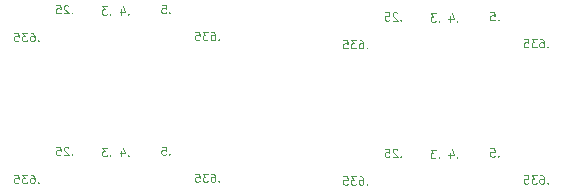
<source format=gbo>
%MOIN*%
%OFA0B0*%
%FSLAX46Y46*%
%IPPOS*%
%LPD*%
%ADD10C,0.0047244094488188976*%
%ADD21C,0.0047244094488188976*%
%ADD22C,0.0047244094488188976*%
%ADD23C,0.0047244094488188976*%
G01*
D10*
X0001231544Y0003140606D02*
X0001230232Y0003139293D01*
X0001231544Y0003137981D01*
X0001232856Y0003139293D01*
X0001231544Y0003140606D01*
X0001231544Y0003137981D01*
X0001205297Y0003165540D02*
X0001218421Y0003165540D01*
X0001219733Y0003152417D01*
X0001218421Y0003153729D01*
X0001215796Y0003155042D01*
X0001209234Y0003155042D01*
X0001206610Y0003153729D01*
X0001205297Y0003152417D01*
X0001203985Y0003149792D01*
X0001203985Y0003143230D01*
X0001205297Y0003140606D01*
X0001206610Y0003139293D01*
X0001209234Y0003137981D01*
X0001215796Y0003137981D01*
X0001218421Y0003139293D01*
X0001219733Y0003140606D01*
X0001396291Y0003050606D02*
X0001394978Y0003049293D01*
X0001396291Y0003047981D01*
X0001397603Y0003049293D01*
X0001396291Y0003050606D01*
X0001396291Y0003047981D01*
X0001371356Y0003075540D02*
X0001376606Y0003075540D01*
X0001379230Y0003074228D01*
X0001380543Y0003072916D01*
X0001383167Y0003068979D01*
X0001384480Y0003063729D01*
X0001384480Y0003053230D01*
X0001383167Y0003050606D01*
X0001381855Y0003049293D01*
X0001379230Y0003047981D01*
X0001373981Y0003047981D01*
X0001371356Y0003049293D01*
X0001370044Y0003050606D01*
X0001368732Y0003053230D01*
X0001368732Y0003059792D01*
X0001370044Y0003062417D01*
X0001371356Y0003063729D01*
X0001373981Y0003065042D01*
X0001379230Y0003065042D01*
X0001381855Y0003063729D01*
X0001383167Y0003062417D01*
X0001384480Y0003059792D01*
X0001359545Y0003075540D02*
X0001342485Y0003075540D01*
X0001351671Y0003065042D01*
X0001347734Y0003065042D01*
X0001345110Y0003063729D01*
X0001343797Y0003062417D01*
X0001342485Y0003059792D01*
X0001342485Y0003053230D01*
X0001343797Y0003050606D01*
X0001345110Y0003049293D01*
X0001347734Y0003047981D01*
X0001355608Y0003047981D01*
X0001358233Y0003049293D01*
X0001359545Y0003050606D01*
X0001317551Y0003075540D02*
X0001330674Y0003075540D01*
X0001331986Y0003062417D01*
X0001330674Y0003063729D01*
X0001328049Y0003065042D01*
X0001321488Y0003065042D01*
X0001318863Y0003063729D01*
X0001317551Y0003062417D01*
X0001316238Y0003059792D01*
X0001316238Y0003053230D01*
X0001317551Y0003050606D01*
X0001318863Y0003049293D01*
X0001321488Y0003047981D01*
X0001328049Y0003047981D01*
X0001330674Y0003049293D01*
X0001331986Y0003050606D01*
X0000793791Y0003047106D02*
X0000792478Y0003045793D01*
X0000793791Y0003044481D01*
X0000795103Y0003045793D01*
X0000793791Y0003047106D01*
X0000793791Y0003044481D01*
X0000768856Y0003072040D02*
X0000774106Y0003072040D01*
X0000776730Y0003070728D01*
X0000778043Y0003069416D01*
X0000780667Y0003065479D01*
X0000781980Y0003060229D01*
X0000781980Y0003049730D01*
X0000780667Y0003047106D01*
X0000779355Y0003045793D01*
X0000776730Y0003044481D01*
X0000771481Y0003044481D01*
X0000768856Y0003045793D01*
X0000767544Y0003047106D01*
X0000766232Y0003049730D01*
X0000766232Y0003056292D01*
X0000767544Y0003058917D01*
X0000768856Y0003060229D01*
X0000771481Y0003061542D01*
X0000776730Y0003061542D01*
X0000779355Y0003060229D01*
X0000780667Y0003058917D01*
X0000781980Y0003056292D01*
X0000757045Y0003072040D02*
X0000739985Y0003072040D01*
X0000749171Y0003061542D01*
X0000745234Y0003061542D01*
X0000742610Y0003060229D01*
X0000741297Y0003058917D01*
X0000739985Y0003056292D01*
X0000739985Y0003049730D01*
X0000741297Y0003047106D01*
X0000742610Y0003045793D01*
X0000745234Y0003044481D01*
X0000753108Y0003044481D01*
X0000755733Y0003045793D01*
X0000757045Y0003047106D01*
X0000715051Y0003072040D02*
X0000728174Y0003072040D01*
X0000729486Y0003058917D01*
X0000728174Y0003060229D01*
X0000725549Y0003061542D01*
X0000718988Y0003061542D01*
X0000716363Y0003060229D01*
X0000715051Y0003058917D01*
X0000713738Y0003056292D01*
X0000713738Y0003049730D01*
X0000715051Y0003047106D01*
X0000716363Y0003045793D01*
X0000718988Y0003044481D01*
X0000725549Y0003044481D01*
X0000728174Y0003045793D01*
X0000729486Y0003047106D01*
X0000906667Y0003139606D02*
X0000905355Y0003138293D01*
X0000906667Y0003136981D01*
X0000907980Y0003138293D01*
X0000906667Y0003139606D01*
X0000906667Y0003136981D01*
X0000894856Y0003161916D02*
X0000893544Y0003163228D01*
X0000890919Y0003164540D01*
X0000884358Y0003164540D01*
X0000881733Y0003163228D01*
X0000880421Y0003161916D01*
X0000879108Y0003159291D01*
X0000879108Y0003156666D01*
X0000880421Y0003152729D01*
X0000896169Y0003136981D01*
X0000879108Y0003136981D01*
X0000854174Y0003164540D02*
X0000867297Y0003164540D01*
X0000868610Y0003151417D01*
X0000867297Y0003152729D01*
X0000864673Y0003154042D01*
X0000858111Y0003154042D01*
X0000855486Y0003152729D01*
X0000854174Y0003151417D01*
X0000852862Y0003148792D01*
X0000852862Y0003142230D01*
X0000854174Y0003139606D01*
X0000855486Y0003138293D01*
X0000858111Y0003136981D01*
X0000864673Y0003136981D01*
X0000867297Y0003138293D01*
X0000868610Y0003139606D01*
X0001094044Y0003136106D02*
X0001092732Y0003134793D01*
X0001094044Y0003133481D01*
X0001095356Y0003134793D01*
X0001094044Y0003136106D01*
X0001094044Y0003133481D01*
X0001069110Y0003151854D02*
X0001069110Y0003133481D01*
X0001075671Y0003162353D02*
X0001082233Y0003142667D01*
X0001065173Y0003142667D01*
X0001033544Y0003136106D02*
X0001032232Y0003134793D01*
X0001033544Y0003133481D01*
X0001034856Y0003134793D01*
X0001033544Y0003136106D01*
X0001033544Y0003133481D01*
X0001023045Y0003161040D02*
X0001005985Y0003161040D01*
X0001015171Y0003150541D01*
X0001011234Y0003150541D01*
X0001008610Y0003149229D01*
X0001007297Y0003147917D01*
X0001005985Y0003145292D01*
X0001005985Y0003138730D01*
X0001007297Y0003136106D01*
X0001008610Y0003134793D01*
X0001011234Y0003133481D01*
X0001019108Y0003133481D01*
X0001021733Y0003134793D01*
X0001023045Y0003136106D01*
G04 next file*
G04 #@! TF.GenerationSoftware,KiCad,Pcbnew,(5.1.12)-1*
G04 #@! TF.CreationDate,2022-03-29T21:33:58+08:00*
G04 #@! TF.ProjectId,Nozzle,4e6f7a7a-6c65-42e6-9b69-6361645f7063,Gen3.1b*
G04 #@! TF.SameCoordinates,Original*
G04 #@! TF.FileFunction,Legend,Bot*
G04 #@! TF.FilePolarity,Positive*
G04 Gerber Fmt 4.6, Leading zero omitted, Abs format (unit mm)*
G04 Created by KiCad (PCBNEW (5.1.12)-1) date 2022-03-29 21:33:58*
G01*
G04 APERTURE LIST*
G04 APERTURE END LIST*
D21*
X0001231544Y0003613047D02*
X0001230232Y0003611734D01*
X0001231544Y0003610422D01*
X0001232856Y0003611734D01*
X0001231544Y0003613047D01*
X0001231544Y0003610422D01*
X0001205297Y0003637981D02*
X0001218421Y0003637981D01*
X0001219733Y0003624858D01*
X0001218421Y0003626170D01*
X0001215796Y0003627482D01*
X0001209234Y0003627482D01*
X0001206610Y0003626170D01*
X0001205297Y0003624858D01*
X0001203985Y0003622233D01*
X0001203985Y0003615671D01*
X0001205297Y0003613047D01*
X0001206610Y0003611734D01*
X0001209234Y0003610422D01*
X0001215796Y0003610422D01*
X0001218421Y0003611734D01*
X0001219733Y0003613047D01*
X0001396291Y0003523047D02*
X0001394978Y0003521734D01*
X0001396291Y0003520422D01*
X0001397603Y0003521734D01*
X0001396291Y0003523047D01*
X0001396291Y0003520422D01*
X0001371356Y0003547981D02*
X0001376606Y0003547981D01*
X0001379230Y0003546669D01*
X0001380543Y0003545356D01*
X0001383167Y0003541419D01*
X0001384480Y0003536170D01*
X0001384480Y0003525671D01*
X0001383167Y0003523047D01*
X0001381855Y0003521734D01*
X0001379230Y0003520422D01*
X0001373981Y0003520422D01*
X0001371356Y0003521734D01*
X0001370044Y0003523047D01*
X0001368732Y0003525671D01*
X0001368732Y0003532233D01*
X0001370044Y0003534858D01*
X0001371356Y0003536170D01*
X0001373981Y0003537482D01*
X0001379230Y0003537482D01*
X0001381855Y0003536170D01*
X0001383167Y0003534858D01*
X0001384480Y0003532233D01*
X0001359545Y0003547981D02*
X0001342485Y0003547981D01*
X0001351671Y0003537482D01*
X0001347734Y0003537482D01*
X0001345110Y0003536170D01*
X0001343797Y0003534858D01*
X0001342485Y0003532233D01*
X0001342485Y0003525671D01*
X0001343797Y0003523047D01*
X0001345110Y0003521734D01*
X0001347734Y0003520422D01*
X0001355608Y0003520422D01*
X0001358233Y0003521734D01*
X0001359545Y0003523047D01*
X0001317551Y0003547981D02*
X0001330674Y0003547981D01*
X0001331986Y0003534858D01*
X0001330674Y0003536170D01*
X0001328049Y0003537482D01*
X0001321488Y0003537482D01*
X0001318863Y0003536170D01*
X0001317551Y0003534858D01*
X0001316238Y0003532233D01*
X0001316238Y0003525671D01*
X0001317551Y0003523047D01*
X0001318863Y0003521734D01*
X0001321488Y0003520422D01*
X0001328049Y0003520422D01*
X0001330674Y0003521734D01*
X0001331986Y0003523047D01*
X0000793791Y0003519547D02*
X0000792478Y0003518234D01*
X0000793791Y0003516922D01*
X0000795103Y0003518234D01*
X0000793791Y0003519547D01*
X0000793791Y0003516922D01*
X0000768856Y0003544481D02*
X0000774106Y0003544481D01*
X0000776730Y0003543169D01*
X0000778043Y0003541856D01*
X0000780667Y0003537919D01*
X0000781980Y0003532670D01*
X0000781980Y0003522171D01*
X0000780667Y0003519547D01*
X0000779355Y0003518234D01*
X0000776730Y0003516922D01*
X0000771481Y0003516922D01*
X0000768856Y0003518234D01*
X0000767544Y0003519547D01*
X0000766232Y0003522171D01*
X0000766232Y0003528733D01*
X0000767544Y0003531358D01*
X0000768856Y0003532670D01*
X0000771481Y0003533982D01*
X0000776730Y0003533982D01*
X0000779355Y0003532670D01*
X0000780667Y0003531358D01*
X0000781980Y0003528733D01*
X0000757045Y0003544481D02*
X0000739985Y0003544481D01*
X0000749171Y0003533982D01*
X0000745234Y0003533982D01*
X0000742610Y0003532670D01*
X0000741297Y0003531358D01*
X0000739985Y0003528733D01*
X0000739985Y0003522171D01*
X0000741297Y0003519547D01*
X0000742610Y0003518234D01*
X0000745234Y0003516922D01*
X0000753108Y0003516922D01*
X0000755733Y0003518234D01*
X0000757045Y0003519547D01*
X0000715051Y0003544481D02*
X0000728174Y0003544481D01*
X0000729486Y0003531358D01*
X0000728174Y0003532670D01*
X0000725549Y0003533982D01*
X0000718988Y0003533982D01*
X0000716363Y0003532670D01*
X0000715051Y0003531358D01*
X0000713738Y0003528733D01*
X0000713738Y0003522171D01*
X0000715051Y0003519547D01*
X0000716363Y0003518234D01*
X0000718988Y0003516922D01*
X0000725549Y0003516922D01*
X0000728174Y0003518234D01*
X0000729486Y0003519547D01*
X0000906667Y0003612047D02*
X0000905355Y0003610734D01*
X0000906667Y0003609422D01*
X0000907980Y0003610734D01*
X0000906667Y0003612047D01*
X0000906667Y0003609422D01*
X0000894856Y0003634356D02*
X0000893544Y0003635669D01*
X0000890919Y0003636981D01*
X0000884358Y0003636981D01*
X0000881733Y0003635669D01*
X0000880421Y0003634356D01*
X0000879108Y0003631732D01*
X0000879108Y0003629107D01*
X0000880421Y0003625170D01*
X0000896169Y0003609422D01*
X0000879108Y0003609422D01*
X0000854174Y0003636981D02*
X0000867297Y0003636981D01*
X0000868610Y0003623858D01*
X0000867297Y0003625170D01*
X0000864673Y0003626482D01*
X0000858111Y0003626482D01*
X0000855486Y0003625170D01*
X0000854174Y0003623858D01*
X0000852862Y0003621233D01*
X0000852862Y0003614671D01*
X0000854174Y0003612047D01*
X0000855486Y0003610734D01*
X0000858111Y0003609422D01*
X0000864673Y0003609422D01*
X0000867297Y0003610734D01*
X0000868610Y0003612047D01*
X0001094044Y0003608547D02*
X0001092732Y0003607234D01*
X0001094044Y0003605922D01*
X0001095356Y0003607234D01*
X0001094044Y0003608547D01*
X0001094044Y0003605922D01*
X0001069110Y0003624295D02*
X0001069110Y0003605922D01*
X0001075671Y0003634793D02*
X0001082233Y0003615108D01*
X0001065173Y0003615108D01*
X0001033544Y0003608547D02*
X0001032232Y0003607234D01*
X0001033544Y0003605922D01*
X0001034856Y0003607234D01*
X0001033544Y0003608547D01*
X0001033544Y0003605922D01*
X0001023045Y0003633481D02*
X0001005985Y0003633481D01*
X0001015171Y0003622982D01*
X0001011234Y0003622982D01*
X0001008610Y0003621670D01*
X0001007297Y0003620358D01*
X0001005985Y0003617733D01*
X0001005985Y0003611171D01*
X0001007297Y0003608547D01*
X0001008610Y0003607234D01*
X0001011234Y0003605922D01*
X0001019108Y0003605922D01*
X0001021733Y0003607234D01*
X0001023045Y0003608547D01*
G04 next file*
G04 #@! TF.GenerationSoftware,KiCad,Pcbnew,(5.1.12)-1*
G04 #@! TF.CreationDate,2022-03-29T21:33:58+08:00*
G04 #@! TF.ProjectId,Nozzle,4e6f7a7a-6c65-42e6-9b69-6361645f7063,Gen3.1b*
G04 #@! TF.SameCoordinates,Original*
G04 #@! TF.FileFunction,Legend,Bot*
G04 #@! TF.FilePolarity,Positive*
G04 Gerber Fmt 4.6, Leading zero omitted, Abs format (unit mm)*
G04 Created by KiCad (PCBNEW (5.1.12)-1) date 2022-03-29 21:33:58*
G01*
G04 APERTURE LIST*
G04 APERTURE END LIST*
D22*
X0002327827Y0003134544D02*
X0002326515Y0003133232D01*
X0002327827Y0003131920D01*
X0002329139Y0003133232D01*
X0002327827Y0003134544D01*
X0002327827Y0003131920D01*
X0002301580Y0003159479D02*
X0002314704Y0003159479D01*
X0002316016Y0003146355D01*
X0002314704Y0003147668D01*
X0002312079Y0003148980D01*
X0002305517Y0003148980D01*
X0002302893Y0003147668D01*
X0002301580Y0003146355D01*
X0002300268Y0003143731D01*
X0002300268Y0003137169D01*
X0002301580Y0003134544D01*
X0002302893Y0003133232D01*
X0002305517Y0003131920D01*
X0002312079Y0003131920D01*
X0002314704Y0003133232D01*
X0002316016Y0003134544D01*
X0002492574Y0003044544D02*
X0002491261Y0003043232D01*
X0002492574Y0003041920D01*
X0002493886Y0003043232D01*
X0002492574Y0003044544D01*
X0002492574Y0003041920D01*
X0002467639Y0003069479D02*
X0002472889Y0003069479D01*
X0002475513Y0003068166D01*
X0002476826Y0003066854D01*
X0002479450Y0003062917D01*
X0002480763Y0003057668D01*
X0002480763Y0003047169D01*
X0002479450Y0003044544D01*
X0002478138Y0003043232D01*
X0002475513Y0003041920D01*
X0002470264Y0003041920D01*
X0002467639Y0003043232D01*
X0002466327Y0003044544D01*
X0002465015Y0003047169D01*
X0002465015Y0003053731D01*
X0002466327Y0003056355D01*
X0002467639Y0003057668D01*
X0002470264Y0003058980D01*
X0002475513Y0003058980D01*
X0002478138Y0003057668D01*
X0002479450Y0003056355D01*
X0002480763Y0003053731D01*
X0002455828Y0003069479D02*
X0002438768Y0003069479D01*
X0002447954Y0003058980D01*
X0002444017Y0003058980D01*
X0002441393Y0003057668D01*
X0002440080Y0003056355D01*
X0002438768Y0003053731D01*
X0002438768Y0003047169D01*
X0002440080Y0003044544D01*
X0002441393Y0003043232D01*
X0002444017Y0003041920D01*
X0002451891Y0003041920D01*
X0002454516Y0003043232D01*
X0002455828Y0003044544D01*
X0002413834Y0003069479D02*
X0002426957Y0003069479D01*
X0002428269Y0003056355D01*
X0002426957Y0003057668D01*
X0002424332Y0003058980D01*
X0002417771Y0003058980D01*
X0002415146Y0003057668D01*
X0002413834Y0003056355D01*
X0002412521Y0003053731D01*
X0002412521Y0003047169D01*
X0002413834Y0003044544D01*
X0002415146Y0003043232D01*
X0002417771Y0003041920D01*
X0002424332Y0003041920D01*
X0002426957Y0003043232D01*
X0002428269Y0003044544D01*
X0001890074Y0003041044D02*
X0001888761Y0003039732D01*
X0001890074Y0003038420D01*
X0001891386Y0003039732D01*
X0001890074Y0003041044D01*
X0001890074Y0003038420D01*
X0001865139Y0003065979D02*
X0001870389Y0003065979D01*
X0001873013Y0003064666D01*
X0001874326Y0003063354D01*
X0001876950Y0003059417D01*
X0001878263Y0003054168D01*
X0001878263Y0003043669D01*
X0001876950Y0003041044D01*
X0001875638Y0003039732D01*
X0001873013Y0003038420D01*
X0001867764Y0003038420D01*
X0001865139Y0003039732D01*
X0001863827Y0003041044D01*
X0001862515Y0003043669D01*
X0001862515Y0003050231D01*
X0001863827Y0003052855D01*
X0001865139Y0003054168D01*
X0001867764Y0003055480D01*
X0001873013Y0003055480D01*
X0001875638Y0003054168D01*
X0001876950Y0003052855D01*
X0001878263Y0003050231D01*
X0001853328Y0003065979D02*
X0001836268Y0003065979D01*
X0001845454Y0003055480D01*
X0001841517Y0003055480D01*
X0001838893Y0003054168D01*
X0001837580Y0003052855D01*
X0001836268Y0003050231D01*
X0001836268Y0003043669D01*
X0001837580Y0003041044D01*
X0001838893Y0003039732D01*
X0001841517Y0003038420D01*
X0001849391Y0003038420D01*
X0001852016Y0003039732D01*
X0001853328Y0003041044D01*
X0001811334Y0003065979D02*
X0001824457Y0003065979D01*
X0001825769Y0003052855D01*
X0001824457Y0003054168D01*
X0001821832Y0003055480D01*
X0001815271Y0003055480D01*
X0001812646Y0003054168D01*
X0001811334Y0003052855D01*
X0001810021Y0003050231D01*
X0001810021Y0003043669D01*
X0001811334Y0003041044D01*
X0001812646Y0003039732D01*
X0001815271Y0003038420D01*
X0001821832Y0003038420D01*
X0001824457Y0003039732D01*
X0001825769Y0003041044D01*
X0002002950Y0003133544D02*
X0002001638Y0003132232D01*
X0002002950Y0003130920D01*
X0002004263Y0003132232D01*
X0002002950Y0003133544D01*
X0002002950Y0003130920D01*
X0001991139Y0003155854D02*
X0001989827Y0003157166D01*
X0001987202Y0003158479D01*
X0001980641Y0003158479D01*
X0001978016Y0003157166D01*
X0001976704Y0003155854D01*
X0001975391Y0003153229D01*
X0001975391Y0003150605D01*
X0001976704Y0003146668D01*
X0001992452Y0003130920D01*
X0001975391Y0003130920D01*
X0001950457Y0003158479D02*
X0001963580Y0003158479D01*
X0001964893Y0003145355D01*
X0001963580Y0003146668D01*
X0001960956Y0003147980D01*
X0001954394Y0003147980D01*
X0001951769Y0003146668D01*
X0001950457Y0003145355D01*
X0001949145Y0003142731D01*
X0001949145Y0003136169D01*
X0001950457Y0003133544D01*
X0001951769Y0003132232D01*
X0001954394Y0003130920D01*
X0001960956Y0003130920D01*
X0001963580Y0003132232D01*
X0001964893Y0003133544D01*
X0002190327Y0003130044D02*
X0002189015Y0003128732D01*
X0002190327Y0003127420D01*
X0002191639Y0003128732D01*
X0002190327Y0003130044D01*
X0002190327Y0003127420D01*
X0002165393Y0003145792D02*
X0002165393Y0003127420D01*
X0002171954Y0003156291D02*
X0002178516Y0003136606D01*
X0002161456Y0003136606D01*
X0002129827Y0003130044D02*
X0002128515Y0003128732D01*
X0002129827Y0003127420D01*
X0002131139Y0003128732D01*
X0002129827Y0003130044D01*
X0002129827Y0003127420D01*
X0002119328Y0003154979D02*
X0002102268Y0003154979D01*
X0002111454Y0003144480D01*
X0002107517Y0003144480D01*
X0002104893Y0003143168D01*
X0002103580Y0003141855D01*
X0002102268Y0003139231D01*
X0002102268Y0003132669D01*
X0002103580Y0003130044D01*
X0002104893Y0003128732D01*
X0002107517Y0003127420D01*
X0002115391Y0003127420D01*
X0002118016Y0003128732D01*
X0002119328Y0003130044D01*
G04 next file*
G04 #@! TF.GenerationSoftware,KiCad,Pcbnew,(5.1.12)-1*
G04 #@! TF.CreationDate,2022-03-29T21:33:58+08:00*
G04 #@! TF.ProjectId,Nozzle,4e6f7a7a-6c65-42e6-9b69-6361645f7063,Gen3.1b*
G04 #@! TF.SameCoordinates,Original*
G04 #@! TF.FileFunction,Legend,Bot*
G04 #@! TF.FilePolarity,Positive*
G04 Gerber Fmt 4.6, Leading zero omitted, Abs format (unit mm)*
G04 Created by KiCad (PCBNEW (5.1.12)-1) date 2022-03-29 21:33:58*
G01*
G04 APERTURE LIST*
G04 APERTURE END LIST*
D23*
X0002327827Y0003588875D02*
X0002326515Y0003587562D01*
X0002327827Y0003586250D01*
X0002329139Y0003587562D01*
X0002327827Y0003588875D01*
X0002327827Y0003586250D01*
X0002301580Y0003613809D02*
X0002314704Y0003613809D01*
X0002316016Y0003600686D01*
X0002314704Y0003601998D01*
X0002312079Y0003603310D01*
X0002305517Y0003603310D01*
X0002302893Y0003601998D01*
X0002301580Y0003600686D01*
X0002300268Y0003598061D01*
X0002300268Y0003591499D01*
X0002301580Y0003588875D01*
X0002302893Y0003587562D01*
X0002305517Y0003586250D01*
X0002312079Y0003586250D01*
X0002314704Y0003587562D01*
X0002316016Y0003588875D01*
X0002492574Y0003498875D02*
X0002491261Y0003497562D01*
X0002492574Y0003496250D01*
X0002493886Y0003497562D01*
X0002492574Y0003498875D01*
X0002492574Y0003496250D01*
X0002467639Y0003523809D02*
X0002472889Y0003523809D01*
X0002475513Y0003522497D01*
X0002476826Y0003521185D01*
X0002479450Y0003517247D01*
X0002480763Y0003511998D01*
X0002480763Y0003501499D01*
X0002479450Y0003498875D01*
X0002478138Y0003497562D01*
X0002475513Y0003496250D01*
X0002470264Y0003496250D01*
X0002467639Y0003497562D01*
X0002466327Y0003498875D01*
X0002465015Y0003501499D01*
X0002465015Y0003508061D01*
X0002466327Y0003510686D01*
X0002467639Y0003511998D01*
X0002470264Y0003513310D01*
X0002475513Y0003513310D01*
X0002478138Y0003511998D01*
X0002479450Y0003510686D01*
X0002480763Y0003508061D01*
X0002455828Y0003523809D02*
X0002438768Y0003523809D01*
X0002447954Y0003513310D01*
X0002444017Y0003513310D01*
X0002441393Y0003511998D01*
X0002440080Y0003510686D01*
X0002438768Y0003508061D01*
X0002438768Y0003501499D01*
X0002440080Y0003498875D01*
X0002441393Y0003497562D01*
X0002444017Y0003496250D01*
X0002451891Y0003496250D01*
X0002454516Y0003497562D01*
X0002455828Y0003498875D01*
X0002413834Y0003523809D02*
X0002426957Y0003523809D01*
X0002428269Y0003510686D01*
X0002426957Y0003511998D01*
X0002424332Y0003513310D01*
X0002417771Y0003513310D01*
X0002415146Y0003511998D01*
X0002413834Y0003510686D01*
X0002412521Y0003508061D01*
X0002412521Y0003501499D01*
X0002413834Y0003498875D01*
X0002415146Y0003497562D01*
X0002417771Y0003496250D01*
X0002424332Y0003496250D01*
X0002426957Y0003497562D01*
X0002428269Y0003498875D01*
X0001890074Y0003495375D02*
X0001888761Y0003494062D01*
X0001890074Y0003492750D01*
X0001891386Y0003494062D01*
X0001890074Y0003495375D01*
X0001890074Y0003492750D01*
X0001865139Y0003520309D02*
X0001870389Y0003520309D01*
X0001873013Y0003518997D01*
X0001874326Y0003517685D01*
X0001876950Y0003513747D01*
X0001878263Y0003508498D01*
X0001878263Y0003497999D01*
X0001876950Y0003495375D01*
X0001875638Y0003494062D01*
X0001873013Y0003492750D01*
X0001867764Y0003492750D01*
X0001865139Y0003494062D01*
X0001863827Y0003495375D01*
X0001862515Y0003497999D01*
X0001862515Y0003504561D01*
X0001863827Y0003507186D01*
X0001865139Y0003508498D01*
X0001867764Y0003509810D01*
X0001873013Y0003509810D01*
X0001875638Y0003508498D01*
X0001876950Y0003507186D01*
X0001878263Y0003504561D01*
X0001853328Y0003520309D02*
X0001836268Y0003520309D01*
X0001845454Y0003509810D01*
X0001841517Y0003509810D01*
X0001838893Y0003508498D01*
X0001837580Y0003507186D01*
X0001836268Y0003504561D01*
X0001836268Y0003497999D01*
X0001837580Y0003495375D01*
X0001838893Y0003494062D01*
X0001841517Y0003492750D01*
X0001849391Y0003492750D01*
X0001852016Y0003494062D01*
X0001853328Y0003495375D01*
X0001811334Y0003520309D02*
X0001824457Y0003520309D01*
X0001825769Y0003507186D01*
X0001824457Y0003508498D01*
X0001821832Y0003509810D01*
X0001815271Y0003509810D01*
X0001812646Y0003508498D01*
X0001811334Y0003507186D01*
X0001810021Y0003504561D01*
X0001810021Y0003497999D01*
X0001811334Y0003495375D01*
X0001812646Y0003494062D01*
X0001815271Y0003492750D01*
X0001821832Y0003492750D01*
X0001824457Y0003494062D01*
X0001825769Y0003495375D01*
X0002002950Y0003587875D02*
X0002001638Y0003586562D01*
X0002002950Y0003585250D01*
X0002004263Y0003586562D01*
X0002002950Y0003587875D01*
X0002002950Y0003585250D01*
X0001991139Y0003610185D02*
X0001989827Y0003611497D01*
X0001987202Y0003612809D01*
X0001980641Y0003612809D01*
X0001978016Y0003611497D01*
X0001976704Y0003610185D01*
X0001975391Y0003607560D01*
X0001975391Y0003604935D01*
X0001976704Y0003600998D01*
X0001992452Y0003585250D01*
X0001975391Y0003585250D01*
X0001950457Y0003612809D02*
X0001963580Y0003612809D01*
X0001964893Y0003599686D01*
X0001963580Y0003600998D01*
X0001960956Y0003602310D01*
X0001954394Y0003602310D01*
X0001951769Y0003600998D01*
X0001950457Y0003599686D01*
X0001949145Y0003597061D01*
X0001949145Y0003590499D01*
X0001950457Y0003587875D01*
X0001951769Y0003586562D01*
X0001954394Y0003585250D01*
X0001960956Y0003585250D01*
X0001963580Y0003586562D01*
X0001964893Y0003587875D01*
X0002190327Y0003584375D02*
X0002189015Y0003583062D01*
X0002190327Y0003581750D01*
X0002191639Y0003583062D01*
X0002190327Y0003584375D01*
X0002190327Y0003581750D01*
X0002165393Y0003600123D02*
X0002165393Y0003581750D01*
X0002171954Y0003610622D02*
X0002178516Y0003590936D01*
X0002161456Y0003590936D01*
X0002129827Y0003584375D02*
X0002128515Y0003583062D01*
X0002129827Y0003581750D01*
X0002131139Y0003583062D01*
X0002129827Y0003584375D01*
X0002129827Y0003581750D01*
X0002119328Y0003609309D02*
X0002102268Y0003609309D01*
X0002111454Y0003598810D01*
X0002107517Y0003598810D01*
X0002104893Y0003597498D01*
X0002103580Y0003596186D01*
X0002102268Y0003593561D01*
X0002102268Y0003586999D01*
X0002103580Y0003584375D01*
X0002104893Y0003583062D01*
X0002107517Y0003581750D01*
X0002115391Y0003581750D01*
X0002118016Y0003583062D01*
X0002119328Y0003584375D01*
M02*
</source>
